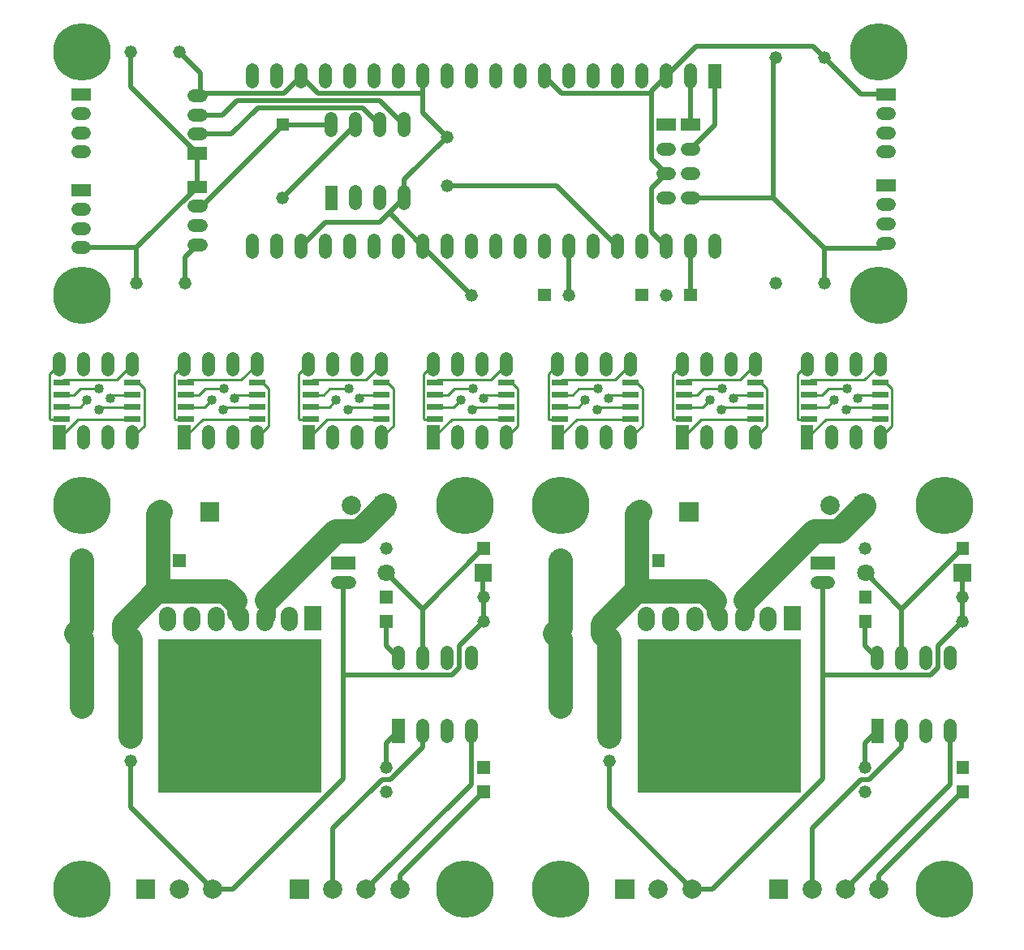
<source format=gtl>
%FSLAX24Y24*%
%MOIN*%
%ADD10C,0.0089*%
%ADD11C,0.0200*%
%ADD12C,0.0400*%
%ADD13C,0.0520*%
%ADD14C,0.0700*%
%ADD15C,0.0709*%
%ADD16C,0.0787*%
%ADD17C,0.1000*%
%ADD18C,0.2362*%
D10*
G01X1165Y21310D02*
X709Y21310D01*
X4564Y22575D02*
X4564Y21042D01*
X684Y21335D02*
X684Y23161D01*
X1270Y22915D02*
X1165Y22810D01*
X1165Y21810D02*
X1930Y21810D01*
X1850Y21310D02*
X4082Y21310D01*
X1165Y22310D02*
X1689Y22310D01*
X1949Y22570D02*
X2722Y22570D01*
X1082Y20560D02*
X1101Y20560D01*
X3304Y22310D02*
X3165Y22171D01*
X4082Y21810D02*
X2818Y21810D01*
X2693Y21685D01*
X4082Y22810D02*
X4329Y22810D01*
X684Y23161D02*
X1082Y23560D01*
X4564Y21042D02*
X4082Y20560D01*
X1689Y22310D02*
X1949Y22570D01*
X1101Y20560D02*
X1850Y21310D01*
X3437Y22915D02*
X1270Y22915D01*
X4082Y23560D02*
X3437Y22915D01*
X4082Y22310D02*
X3304Y22310D01*
X4329Y22810D02*
X4564Y22575D01*
X1930Y21810D02*
X2211Y22091D01*
X709Y21310D02*
X684Y21335D01*
X6283Y21310D02*
X5827Y21310D01*
X9682Y22575D02*
X9682Y21042D01*
X5802Y21335D02*
X5802Y23161D01*
X6388Y22915D02*
X6283Y22810D01*
X6283Y21810D02*
X7049Y21810D01*
X6969Y21310D02*
X9200Y21310D01*
X6283Y22310D02*
X6807Y22310D01*
X7067Y22570D02*
X7840Y22570D01*
X6200Y20560D02*
X6219Y20560D01*
X8423Y22310D02*
X8283Y22171D01*
X9200Y21810D02*
X7936Y21810D01*
X7811Y21685D01*
X9200Y22810D02*
X9448Y22810D01*
X5802Y23161D02*
X6200Y23560D01*
X9682Y21042D02*
X9200Y20560D01*
X6807Y22310D02*
X7067Y22570D01*
X6219Y20560D02*
X6969Y21310D01*
X8555Y22915D02*
X6388Y22915D01*
X9200Y23560D02*
X8555Y22915D01*
X9200Y22310D02*
X8423Y22310D01*
X9448Y22810D02*
X9682Y22575D01*
X7049Y21810D02*
X7329Y22091D01*
X5827Y21310D02*
X5802Y21335D01*
X11401Y21310D02*
X10945Y21310D01*
X14801Y22575D02*
X14801Y21042D01*
X10920Y21335D02*
X10920Y23161D01*
X11507Y22915D02*
X11401Y22810D01*
X11401Y21810D02*
X12167Y21810D01*
X12087Y21310D02*
X14318Y21310D01*
X11401Y22310D02*
X11925Y22310D01*
X12185Y22570D02*
X12958Y22570D01*
X11318Y20560D02*
X11337Y20560D01*
X13541Y22310D02*
X13402Y22171D01*
X14318Y21810D02*
X13054Y21810D01*
X12929Y21685D01*
X14318Y22810D02*
X14566Y22810D01*
X10920Y23161D02*
X11318Y23560D01*
X14801Y21042D02*
X14318Y20560D01*
X11925Y22310D02*
X12185Y22570D01*
X11337Y20560D02*
X12087Y21310D01*
X13673Y22915D02*
X11507Y22915D01*
X14318Y23560D02*
X13673Y22915D01*
X14318Y22310D02*
X13541Y22310D01*
X14566Y22810D02*
X14801Y22575D01*
X12167Y21810D02*
X12448Y22091D01*
X10945Y21310D02*
X10920Y21335D01*
X16519Y21310D02*
X16063Y21310D01*
X19919Y22575D02*
X19919Y21042D01*
X16038Y21335D02*
X16038Y23161D01*
X16625Y22915D02*
X16519Y22810D01*
X16519Y21810D02*
X17285Y21810D01*
X17205Y21310D02*
X19436Y21310D01*
X16519Y22310D02*
X17043Y22310D01*
X17303Y22570D02*
X18076Y22570D01*
X16437Y20560D02*
X16455Y20560D01*
X18659Y22310D02*
X18520Y22171D01*
X19436Y21810D02*
X18172Y21810D01*
X18047Y21685D01*
X19436Y22810D02*
X19684Y22810D01*
X16038Y23161D02*
X16437Y23560D01*
X19919Y21042D02*
X19437Y20560D01*
X17043Y22310D02*
X17303Y22570D01*
X16455Y20560D02*
X17205Y21310D01*
X18791Y22915D02*
X16625Y22915D01*
X19437Y23560D02*
X18791Y22915D01*
X19436Y22310D02*
X18659Y22310D01*
X19684Y22810D02*
X19919Y22575D01*
X17285Y21810D02*
X17566Y22091D01*
X16063Y21310D02*
X16038Y21335D01*
X21637Y21310D02*
X21181Y21310D01*
X25037Y22575D02*
X25037Y21042D01*
X21156Y21335D02*
X21156Y23161D01*
X21743Y22915D02*
X21637Y22810D01*
X21637Y21810D02*
X22403Y21810D01*
X22323Y21310D02*
X24554Y21310D01*
X21637Y22310D02*
X22161Y22310D01*
X22421Y22570D02*
X23194Y22570D01*
X21555Y20560D02*
X21573Y20560D01*
X23777Y22310D02*
X23638Y22171D01*
X24554Y21810D02*
X23290Y21810D01*
X23165Y21685D01*
X24554Y22810D02*
X24802Y22810D01*
X21156Y23161D02*
X21555Y23560D01*
X25037Y21042D02*
X24555Y20560D01*
X22161Y22310D02*
X22421Y22570D01*
X21573Y20560D02*
X22323Y21310D01*
X23909Y22915D02*
X21743Y22915D01*
X24555Y23560D02*
X23909Y22915D01*
X24554Y22310D02*
X23777Y22310D01*
X24802Y22810D02*
X25037Y22575D01*
X22403Y21810D02*
X22684Y22091D01*
X21181Y21310D02*
X21156Y21335D01*
X26755Y21310D02*
X26299Y21310D01*
X30155Y22575D02*
X30155Y21042D01*
X26274Y21335D02*
X26274Y23161D01*
X26861Y22915D02*
X26755Y22810D01*
X26755Y21810D02*
X27521Y21810D01*
X27441Y21310D02*
X29673Y21310D01*
X26755Y22310D02*
X27280Y22310D01*
X27539Y22570D02*
X28312Y22570D01*
X26673Y20560D02*
X26692Y20560D01*
X28895Y22310D02*
X28756Y22171D01*
X29673Y21810D02*
X28408Y21810D01*
X28283Y21685D01*
X29673Y22810D02*
X29920Y22810D01*
X26274Y23161D02*
X26673Y23560D01*
X30155Y21042D02*
X29673Y20560D01*
X27280Y22310D02*
X27539Y22570D01*
X26692Y20560D02*
X27441Y21310D01*
X29028Y22915D02*
X26861Y22915D01*
X29673Y23560D02*
X29028Y22915D01*
X29673Y22310D02*
X28895Y22310D01*
X29920Y22810D02*
X30155Y22575D01*
X27521Y21810D02*
X27802Y22091D01*
X26299Y21310D02*
X26274Y21335D01*
X31873Y21310D02*
X31417Y21310D01*
X35273Y22575D02*
X35273Y21042D01*
X31392Y21335D02*
X31392Y23161D01*
X31979Y22915D02*
X31873Y22810D01*
X31873Y21810D02*
X32639Y21810D01*
X32559Y21310D02*
X34791Y21310D01*
X31873Y22310D02*
X32398Y22310D01*
X32657Y22570D02*
X33430Y22570D01*
X31791Y20560D02*
X31810Y20560D01*
X34013Y22310D02*
X33874Y22171D01*
X34791Y21810D02*
X33526Y21810D01*
X33402Y21685D01*
X34791Y22810D02*
X35038Y22810D01*
X31392Y23161D02*
X31791Y23560D01*
X35273Y21042D02*
X34791Y20560D01*
X32398Y22310D02*
X32657Y22570D01*
X31810Y20560D02*
X32559Y21310D01*
X34146Y22915D02*
X31979Y22915D01*
X34791Y23560D02*
X34146Y22915D01*
X34791Y22310D02*
X34013Y22310D01*
X35038Y22810D02*
X35273Y22575D01*
X32639Y21810D02*
X32920Y22091D01*
X31417Y21310D02*
X31392Y21335D01*
D11*
G01X8217Y2000D02*
X7378Y2000D01*
X12311Y4482D02*
X12311Y2000D01*
X12750Y6533D02*
X8217Y2000D01*
X12750Y10784D02*
X12750Y6533D01*
X12750Y10784D02*
X17193Y10784D01*
X12750Y14606D02*
X12750Y10784D01*
X14329Y6500D02*
X12311Y4482D01*
X14500Y8000D02*
X14500Y7000D01*
X14500Y12000D02*
X14500Y13000D01*
X14662Y6500D02*
X14329Y6500D01*
X15000Y8500D02*
X14500Y8000D01*
X15000Y11500D02*
X14500Y12000D01*
X15067Y2567D02*
X15067Y2000D01*
X16000Y8500D02*
X16000Y7838D01*
X16000Y11500D02*
X16000Y13512D01*
X16000Y7838D02*
X14662Y6500D01*
X16000Y13512D02*
X14512Y15000D01*
X16000Y13512D02*
X18488Y16000D01*
X17193Y10784D02*
X17500Y11091D01*
X17500Y12000D01*
X18500Y13000D01*
X18000Y6311D02*
X13689Y2000D01*
X18000Y8500D02*
X18000Y6311D01*
X18487Y14013D02*
X18487Y15000D01*
X18488Y16000D02*
X18500Y16000D01*
X18500Y6000D02*
X15067Y2567D01*
X18500Y13000D02*
X18500Y14000D01*
X18487Y14013D01*
X4000Y5378D02*
X7378Y2000D01*
X4000Y7250D02*
X4000Y5378D01*
X27902Y2000D02*
X27063Y2000D01*
X31996Y4482D02*
X31996Y2000D01*
X32435Y6533D02*
X27902Y2000D01*
X32435Y10784D02*
X32435Y6533D01*
X32435Y10784D02*
X36878Y10784D01*
X32435Y14606D02*
X32435Y10784D01*
X34014Y6500D02*
X31996Y4482D01*
X34185Y8000D02*
X34185Y7000D01*
X34185Y12000D02*
X34185Y13000D01*
X34347Y6500D02*
X34014Y6500D01*
X34685Y8500D02*
X34185Y8000D01*
X34685Y11500D02*
X34185Y12000D01*
X34752Y2567D02*
X34752Y2000D01*
X35685Y8500D02*
X35685Y7838D01*
X35685Y11500D02*
X35685Y13512D01*
X35685Y7838D02*
X34347Y6500D01*
X35685Y13512D02*
X34198Y15000D01*
X35685Y13512D02*
X38173Y16000D01*
X36878Y10784D02*
X37185Y11091D01*
X37185Y12000D01*
X38185Y13000D01*
X37685Y6311D02*
X33374Y2000D01*
X37685Y8500D02*
X37685Y6311D01*
X38173Y14013D02*
X38173Y15000D01*
X38173Y16000D02*
X38185Y16000D01*
X38185Y6000D02*
X34752Y2567D01*
X38185Y13000D02*
X38185Y14000D01*
X38173Y14013D01*
X23685Y5378D02*
X27063Y2000D01*
X23685Y7250D02*
X23685Y5378D01*
X6250Y27978D02*
X6250Y26909D01*
X6747Y30844D02*
X6747Y32228D01*
X6747Y30844D02*
X4250Y28346D01*
X6747Y32228D02*
X4000Y34975D01*
X6750Y30841D02*
X6747Y30844D01*
X6750Y32228D02*
X6747Y32228D01*
X6750Y33016D02*
X8151Y33016D01*
X6750Y28478D02*
X6250Y27978D01*
X6867Y34707D02*
X6750Y34591D01*
X6867Y34707D02*
X6867Y35543D01*
X6000Y36409D01*
X6944Y30053D02*
X6750Y30053D01*
X7783Y33803D02*
X6750Y33803D01*
X8151Y33016D02*
X9244Y34109D01*
X8388Y34408D02*
X7783Y33803D01*
X9244Y34109D02*
X13551Y34109D01*
X10250Y33359D02*
X6944Y30053D01*
X10250Y33409D02*
X10250Y33359D01*
X10298Y34707D02*
X6867Y34707D01*
X11000Y35409D02*
X10298Y34707D01*
X11000Y35409D02*
X11699Y34710D01*
X16000Y34710D01*
X12000Y29409D02*
X11000Y28409D01*
X12250Y33409D02*
X10250Y33409D01*
X13250Y33409D02*
X10250Y30409D01*
X13551Y34109D02*
X14250Y33409D01*
X14250Y29409D02*
X12000Y29409D01*
X14252Y34408D02*
X8388Y34408D01*
X14625Y29784D02*
X14250Y29409D01*
X14625Y29784D02*
X15250Y30409D01*
X14625Y29784D02*
X16000Y28409D01*
X15250Y30409D02*
X15250Y31159D01*
X17000Y32909D01*
X15250Y33409D02*
X14252Y34408D01*
X16000Y33909D02*
X16000Y34710D01*
X16000Y35409D01*
X17000Y32909D02*
X16000Y33909D01*
X18000Y26409D02*
X16000Y28409D01*
X21000Y35409D02*
X21699Y34710D01*
X21500Y30909D02*
X17000Y30909D01*
X21699Y34710D02*
X25401Y34710D01*
X22000Y28409D02*
X22000Y26409D01*
X24000Y28409D02*
X21500Y30909D01*
X25401Y29009D02*
X25401Y30810D01*
X26000Y31409D01*
X25401Y32009D02*
X25401Y34710D01*
X25401Y34810D01*
X26000Y35409D01*
X26000Y31409D02*
X25401Y32009D01*
X26000Y35409D02*
X27227Y36636D01*
X26000Y28409D02*
X25401Y29009D01*
X27000Y28409D02*
X27000Y26409D01*
X27000Y30409D02*
X30421Y30409D01*
X27000Y35409D02*
X27000Y33409D01*
X27227Y36636D02*
X32023Y36636D01*
X28000Y33409D02*
X27000Y32409D01*
X28000Y35409D02*
X28000Y33409D01*
X30421Y30409D02*
X30421Y36081D01*
X30421Y30409D02*
X32500Y28331D01*
X30421Y36081D02*
X30500Y36159D01*
X32023Y36636D02*
X32500Y36159D01*
X34014Y34646D01*
X32500Y26909D02*
X32500Y28331D01*
X34827Y28331D01*
X34014Y34646D02*
X35039Y34646D01*
X34827Y28331D02*
X35039Y28543D01*
X4000Y34975D02*
X4000Y36409D01*
X4250Y28346D02*
X1969Y28346D01*
X4250Y28346D02*
X4250Y26909D01*
D12*
G01X2211Y22091D03*
X2722Y22570D03*
X3165Y22171D03*
X2693Y21685D03*
X7329Y22091D03*
X7840Y22570D03*
X8283Y22171D03*
X7811Y21685D03*
X12448Y22091D03*
X12958Y22570D03*
X13402Y22171D03*
X12929Y21685D03*
X17566Y22091D03*
X18076Y22570D03*
X18520Y22171D03*
X18047Y21685D03*
X22684Y22091D03*
X23194Y22570D03*
X23638Y22171D03*
X23165Y21685D03*
X27802Y22091D03*
X28312Y22570D03*
X28756Y22171D03*
X28283Y21685D03*
X32920Y22091D03*
X33430Y22570D03*
X33874Y22171D03*
X33402Y21685D03*
D13*
G01X3734Y12260D02*
X3734Y12740D01*
X2000Y9500D03*
X4000Y9500D03*
X14500Y7000D03*
X14500Y6000D03*
X15000Y11740D02*
X15000Y11260D01*
X18000Y8740D02*
X18000Y8260D01*
X18000Y11740D02*
X18000Y11260D01*
X16000Y11740D02*
X16000Y11260D01*
X17000Y11740D02*
X17000Y11260D01*
X16000Y8740D02*
X16000Y8260D01*
X17000Y8740D02*
X17000Y8260D01*
X18500Y14000D03*
X18500Y13000D03*
X2000Y15500D03*
X14500Y16000D03*
X4000Y7250D03*
X12510Y14606D02*
X12990Y14606D01*
X23419Y12260D02*
X23419Y12740D01*
X21685Y9500D03*
X23685Y9500D03*
X34185Y7000D03*
X34185Y6000D03*
X34685Y11740D02*
X34685Y11260D01*
X37685Y8740D02*
X37685Y8260D01*
X37685Y11740D02*
X37685Y11260D01*
X35685Y11740D02*
X35685Y11260D01*
X36685Y11740D02*
X36685Y11260D01*
X35685Y8740D02*
X35685Y8260D01*
X36685Y8740D02*
X36685Y8260D01*
X38185Y14000D03*
X38185Y13000D03*
X21685Y15500D03*
X34185Y16000D03*
X23685Y7250D03*
X32195Y14606D02*
X32675Y14606D01*
X22000Y35169D02*
X22000Y35649D01*
X14000Y35169D02*
X14000Y35649D01*
X20000Y28169D02*
X20000Y28649D01*
X13000Y28169D02*
X13000Y28649D01*
X11000Y28169D02*
X11000Y28649D01*
X27000Y35169D02*
X27000Y35649D01*
X22000Y28169D02*
X22000Y28649D01*
X21000Y28169D02*
X21000Y28649D01*
X23000Y28169D02*
X23000Y28649D01*
X16000Y28169D02*
X16000Y28649D01*
X25000Y35169D02*
X25000Y35649D01*
X18000Y28169D02*
X18000Y28649D01*
X26000Y35169D02*
X26000Y35649D01*
X12000Y28169D02*
X12000Y28649D01*
X23000Y35169D02*
X23000Y35649D01*
X15000Y28169D02*
X15000Y28649D01*
X20000Y35169D02*
X20000Y35649D01*
X16000Y35169D02*
X16000Y35649D01*
X17000Y35169D02*
X17000Y35649D01*
X25000Y28169D02*
X25000Y28649D01*
X21000Y35169D02*
X21000Y35649D01*
X28000Y28169D02*
X28000Y28649D01*
X19000Y28169D02*
X19000Y28649D01*
X12000Y35169D02*
X12000Y35649D01*
X9000Y28169D02*
X9000Y28649D01*
X17000Y28169D02*
X17000Y28649D01*
X24000Y35169D02*
X24000Y35649D01*
X15000Y35169D02*
X15000Y35649D01*
X26000Y28169D02*
X26000Y28649D01*
X14000Y28169D02*
X14000Y28649D01*
X11000Y35169D02*
X11000Y35649D01*
X18000Y35169D02*
X18000Y35649D01*
X19000Y35169D02*
X19000Y35649D01*
X9000Y35169D02*
X9000Y35649D01*
X24000Y28169D02*
X24000Y28649D01*
X13000Y35169D02*
X13000Y35649D01*
X27000Y28169D02*
X27000Y28649D01*
X10000Y28169D02*
X10000Y28649D01*
X10000Y35169D02*
X10000Y35649D01*
X2109Y33858D02*
X1829Y33858D01*
X2109Y33071D02*
X1829Y33071D01*
X2109Y32283D02*
X1829Y32283D01*
X2109Y29921D02*
X1829Y29921D01*
X2109Y29134D02*
X1829Y29134D01*
X2109Y28346D02*
X1829Y28346D01*
X35179Y33858D02*
X34899Y33858D01*
X35179Y33071D02*
X34899Y33071D01*
X35179Y32283D02*
X34899Y32283D01*
X35179Y30118D02*
X34899Y30118D01*
X35179Y29331D02*
X34899Y29331D01*
X35179Y28543D02*
X34899Y28543D01*
X27140Y31409D02*
X26860Y31409D01*
X27140Y32409D02*
X26860Y32409D01*
X27140Y30409D02*
X26860Y30409D01*
X26140Y31409D02*
X25860Y31409D01*
X26140Y32409D02*
X25860Y32409D01*
X26140Y30409D02*
X25860Y30409D01*
X26000Y26409D03*
X22000Y26409D03*
X18000Y26409D03*
X4250Y26909D03*
X6250Y26909D03*
X30500Y36159D03*
X32500Y36159D03*
X15250Y30649D02*
X15250Y30169D01*
X15250Y33649D02*
X15250Y33169D01*
X12250Y33649D02*
X12250Y33169D01*
X13250Y30649D02*
X13250Y30169D01*
X14250Y33649D02*
X14250Y33169D01*
X13250Y33649D02*
X13250Y33169D01*
X14250Y30649D02*
X14250Y30169D01*
X17000Y30909D03*
X17000Y32909D03*
X6610Y33016D02*
X6890Y33016D01*
X6610Y33803D02*
X6890Y33803D01*
X6610Y34591D02*
X6890Y34591D01*
X6890Y30053D02*
X6610Y30053D01*
X6890Y29266D02*
X6610Y29266D01*
X6890Y28478D02*
X6610Y28478D01*
X10250Y30409D03*
X4000Y36409D03*
X6000Y36409D03*
X32500Y26909D03*
X30500Y26909D03*
X4082Y20800D02*
X4082Y20320D01*
X3082Y20800D02*
X3082Y20320D01*
X2082Y20800D02*
X2082Y20320D01*
X2082Y23800D02*
X2082Y23320D01*
X4082Y23800D02*
X4082Y23320D01*
X1082Y23800D02*
X1082Y23320D01*
X3082Y23800D02*
X3082Y23320D01*
X9200Y20800D02*
X9200Y20320D01*
X8200Y20800D02*
X8200Y20320D01*
X7200Y20800D02*
X7200Y20320D01*
X7200Y23800D02*
X7200Y23320D01*
X9200Y23800D02*
X9200Y23320D01*
X6200Y23800D02*
X6200Y23320D01*
X8200Y23800D02*
X8200Y23320D01*
X14318Y20800D02*
X14318Y20320D01*
X13318Y20800D02*
X13318Y20320D01*
X12318Y20800D02*
X12318Y20320D01*
X12318Y23800D02*
X12318Y23320D01*
X14318Y23800D02*
X14318Y23320D01*
X11318Y23800D02*
X11318Y23320D01*
X13318Y23800D02*
X13318Y23320D01*
X19437Y20800D02*
X19437Y20320D01*
X18437Y20800D02*
X18437Y20320D01*
X17437Y20800D02*
X17437Y20320D01*
X17437Y23800D02*
X17437Y23320D01*
X19437Y23800D02*
X19437Y23320D01*
X16437Y23800D02*
X16437Y23320D01*
X18437Y23800D02*
X18437Y23320D01*
X24555Y20800D02*
X24555Y20320D01*
X23555Y20800D02*
X23555Y20320D01*
X22555Y20800D02*
X22555Y20320D01*
X22555Y23800D02*
X22555Y23320D01*
X24555Y23800D02*
X24555Y23320D01*
X21555Y23800D02*
X21555Y23320D01*
X23555Y23800D02*
X23555Y23320D01*
X29673Y20800D02*
X29673Y20320D01*
X28673Y20800D02*
X28673Y20320D01*
X27673Y20800D02*
X27673Y20320D01*
X27673Y23800D02*
X27673Y23320D01*
X29673Y23800D02*
X29673Y23320D01*
X26673Y23800D02*
X26673Y23320D01*
X28673Y23800D02*
X28673Y23320D01*
X34791Y20800D02*
X34791Y20320D01*
X33791Y20800D02*
X33791Y20320D01*
X32791Y20800D02*
X32791Y20320D01*
X32791Y23800D02*
X32791Y23320D01*
X34791Y23800D02*
X34791Y23320D01*
X31791Y23800D02*
X31791Y23320D01*
X33791Y23800D02*
X33791Y23320D01*
D14*
G01X8500Y12975D02*
X8500Y13275D01*
X5500Y12975D02*
X5500Y13275D01*
X9500Y12975D02*
X9500Y13275D01*
X7500Y12975D02*
X7500Y13275D01*
X6500Y12975D02*
X6500Y13275D01*
X10500Y12975D02*
X10500Y13275D01*
X28185Y12975D02*
X28185Y13275D01*
X25185Y12975D02*
X25185Y13275D01*
X29185Y12975D02*
X29185Y13275D01*
X27185Y12975D02*
X27185Y13275D01*
X26185Y12975D02*
X26185Y13275D01*
X30185Y12975D02*
X30185Y13275D01*
X8308Y13317D02*
X8500Y13125D01*
X8308Y13830D02*
X8308Y13317D01*
X9596Y13221D02*
X9500Y13125D01*
X9596Y13866D02*
X9596Y13221D01*
X27993Y13317D02*
X28185Y13125D01*
X27993Y13830D02*
X27993Y13317D01*
X29281Y13221D02*
X29185Y13125D01*
X29281Y13866D02*
X29281Y13221D01*
D15*
G01X14512Y15000D03*
X34198Y15000D03*
D16*
G01X5250Y17500D03*
X6000Y2000D03*
X7378Y2000D03*
X13689Y2000D03*
X12311Y2000D03*
X15067Y2000D03*
X13061Y17750D03*
X24935Y17500D03*
X25685Y2000D03*
X27063Y2000D03*
X33374Y2000D03*
X31996Y2000D03*
X34752Y2000D03*
X32746Y17750D03*
D17*
G01X5088Y14230D02*
X3734Y12876D01*
X5132Y14230D02*
X5088Y14230D01*
X5132Y17382D02*
X5132Y14230D01*
X5250Y17500D02*
X5132Y17382D01*
X7908Y14230D02*
X5132Y14230D01*
X8308Y13830D02*
X7908Y14230D01*
X9596Y13866D02*
X12429Y16699D01*
X13420Y16699D01*
X14439Y17718D01*
X14439Y17750D01*
X1766Y12500D02*
X2000Y12266D01*
X1766Y12500D02*
X2000Y12734D01*
X2000Y12266D02*
X2000Y9500D01*
X2000Y12734D02*
X2000Y15500D01*
X3734Y12876D02*
X3734Y12500D01*
X4000Y8250D02*
X4000Y9500D01*
X4000Y12234D01*
X3734Y12500D01*
X24773Y14230D02*
X23419Y12876D01*
X24817Y14230D02*
X24773Y14230D01*
X24817Y17382D02*
X24817Y14230D01*
X24935Y17500D02*
X24817Y17382D01*
X27593Y14230D02*
X24817Y14230D01*
X27993Y13830D02*
X27593Y14230D01*
X29281Y13866D02*
X32114Y16699D01*
X33105Y16699D01*
X34124Y17718D01*
X34124Y17750D01*
X21451Y12500D02*
X21685Y12266D01*
X21451Y12500D02*
X21685Y12734D01*
X21685Y12266D02*
X21685Y9500D01*
X21685Y12734D02*
X21685Y15500D01*
X23419Y12876D02*
X23419Y12500D01*
X23685Y8250D02*
X23685Y9500D01*
X23685Y12234D01*
X23419Y12500D01*
D18*
G01X2000Y2000D03*
X2000Y17750D03*
X17750Y17750D03*
X17750Y2000D03*
X21685Y2000D03*
X21685Y17750D03*
X37435Y17750D03*
X37435Y2000D03*
X2000Y26409D03*
X2000Y36409D03*
X34750Y26409D03*
X34750Y36409D03*
G36*
X6856Y17106D02*
X7643Y17106D01*
X7643Y17893D01*
X6856Y17893D01*
X6856Y17106D01*
G37*
G36*
X2026Y12000D02*
X2026Y13000D01*
X1506Y13000D01*
X1506Y12000D01*
X2026Y12000D01*
G37*
G36*
X5015Y2393D02*
X4228Y2393D01*
X4228Y1606D01*
X5015Y1606D01*
X5015Y2393D01*
G37*
G36*
X11150Y12625D02*
X11850Y12625D01*
X11850Y13625D01*
X11150Y13625D01*
X11150Y12625D01*
G37*
G36*
X5153Y5957D02*
X11846Y5957D01*
X11846Y8792D01*
X5153Y8792D01*
X5153Y5957D01*
G37*
G36*
X5153Y8728D02*
X11846Y8728D01*
X11846Y12271D01*
X5153Y12271D01*
X5153Y8728D01*
G37*
G36*
X11326Y2393D02*
X10539Y2393D01*
X10539Y1606D01*
X11326Y1606D01*
X11326Y2393D01*
G37*
G36*
X18240Y6740D02*
X18760Y6740D01*
X18760Y7260D01*
X18240Y7260D01*
X18240Y6740D01*
G37*
G36*
X18240Y5740D02*
X18760Y5740D01*
X18760Y6260D01*
X18240Y6260D01*
X18240Y5740D01*
G37*
G36*
X15260Y9000D02*
X14740Y9000D01*
X14740Y8000D01*
X15260Y8000D01*
X15260Y9000D01*
G37*
G36*
X14760Y14260D02*
X14240Y14260D01*
X14240Y13740D01*
X14760Y13740D01*
X14760Y14260D01*
G37*
G36*
X14760Y13260D02*
X14240Y13260D01*
X14240Y12740D01*
X14760Y12740D01*
X14760Y13260D01*
G37*
G36*
X5740Y15240D02*
X6260Y15240D01*
X6260Y15760D01*
X5740Y15760D01*
X5740Y15240D01*
G37*
G36*
X18240Y15740D02*
X18760Y15740D01*
X18760Y16260D01*
X18240Y16260D01*
X18240Y15740D01*
G37*
G36*
X18132Y14645D02*
X18841Y14645D01*
X18841Y15354D01*
X18132Y15354D01*
X18132Y14645D01*
G37*
G36*
X4260Y7990D02*
X4260Y8510D01*
X3740Y8510D01*
X3740Y7990D01*
X4260Y7990D01*
G37*
G36*
X14045Y17356D02*
X14832Y17356D01*
X14832Y18143D01*
X14045Y18143D01*
X14045Y17356D01*
G37*
G36*
X12250Y15654D02*
X12250Y15134D01*
X13250Y15134D01*
X13250Y15654D01*
X12250Y15654D01*
G37*
G36*
X26541Y17106D02*
X27328Y17106D01*
X27328Y17893D01*
X26541Y17893D01*
X26541Y17106D01*
G37*
G36*
X21711Y12000D02*
X21711Y13000D01*
X21191Y13000D01*
X21191Y12000D01*
X21711Y12000D01*
G37*
G36*
X24700Y2393D02*
X23913Y2393D01*
X23913Y1606D01*
X24700Y1606D01*
X24700Y2393D01*
G37*
G36*
X30835Y12625D02*
X31535Y12625D01*
X31535Y13625D01*
X30835Y13625D01*
X30835Y12625D01*
G37*
G36*
X24838Y5957D02*
X31531Y5957D01*
X31531Y8792D01*
X24838Y8792D01*
X24838Y5957D01*
G37*
G36*
X24838Y8728D02*
X31531Y8728D01*
X31531Y12271D01*
X24838Y12271D01*
X24838Y8728D01*
G37*
G36*
X31011Y2393D02*
X30224Y2393D01*
X30224Y1606D01*
X31011Y1606D01*
X31011Y2393D01*
G37*
G36*
X37925Y6740D02*
X38445Y6740D01*
X38445Y7260D01*
X37925Y7260D01*
X37925Y6740D01*
G37*
G36*
X37925Y5740D02*
X38445Y5740D01*
X38445Y6260D01*
X37925Y6260D01*
X37925Y5740D01*
G37*
G36*
X34945Y9000D02*
X34425Y9000D01*
X34425Y8000D01*
X34945Y8000D01*
X34945Y9000D01*
G37*
G36*
X34445Y14260D02*
X33925Y14260D01*
X33925Y13740D01*
X34445Y13740D01*
X34445Y14260D01*
G37*
G36*
X34445Y13260D02*
X33925Y13260D01*
X33925Y12740D01*
X34445Y12740D01*
X34445Y13260D01*
G37*
G36*
X25425Y15240D02*
X25945Y15240D01*
X25945Y15760D01*
X25425Y15760D01*
X25425Y15240D01*
G37*
G36*
X37925Y15740D02*
X38445Y15740D01*
X38445Y16260D01*
X37925Y16260D01*
X37925Y15740D01*
G37*
G36*
X37818Y14645D02*
X38527Y14645D01*
X38527Y15354D01*
X37818Y15354D01*
X37818Y14645D01*
G37*
G36*
X23945Y7990D02*
X23945Y8510D01*
X23425Y8510D01*
X23425Y7990D01*
X23945Y7990D01*
G37*
G36*
X33730Y17356D02*
X34517Y17356D01*
X34517Y18143D01*
X33730Y18143D01*
X33730Y17356D01*
G37*
G36*
X31935Y15654D02*
X31935Y15134D01*
X32935Y15134D01*
X32935Y15654D01*
X31935Y15654D01*
G37*
G36*
X27740Y34909D02*
X28260Y34909D01*
X28260Y35909D01*
X27740Y35909D01*
X27740Y34909D01*
G37*
G36*
X2369Y34386D02*
X2369Y34906D01*
X1569Y34906D01*
X1569Y34386D01*
X2369Y34386D01*
G37*
G36*
X2369Y30449D02*
X2369Y30969D01*
X1569Y30969D01*
X1569Y30449D01*
X2369Y30449D01*
G37*
G36*
X35439Y34386D02*
X35439Y34906D01*
X34639Y34906D01*
X34639Y34386D01*
X35439Y34386D01*
G37*
G36*
X35439Y30646D02*
X35439Y31166D01*
X34639Y31166D01*
X34639Y30646D01*
X35439Y30646D01*
G37*
G36*
X27400Y33149D02*
X27400Y33669D01*
X26600Y33669D01*
X26600Y33149D01*
X27400Y33149D01*
G37*
G36*
X26400Y33149D02*
X26400Y33669D01*
X25600Y33669D01*
X25600Y33149D01*
X26400Y33149D01*
G37*
G36*
X26740Y26149D02*
X27260Y26149D01*
X27260Y26669D01*
X26740Y26669D01*
X26740Y26149D01*
G37*
G36*
X24740Y26149D02*
X25260Y26149D01*
X25260Y26669D01*
X24740Y26669D01*
X24740Y26149D01*
G37*
G36*
X20740Y26149D02*
X21260Y26149D01*
X21260Y26669D01*
X20740Y26669D01*
X20740Y26149D01*
G37*
G36*
X12510Y30909D02*
X11990Y30909D01*
X11990Y29909D01*
X12510Y29909D01*
X12510Y30909D01*
G37*
G36*
X6350Y32488D02*
X6350Y31968D01*
X7150Y31968D01*
X7150Y32488D01*
X6350Y32488D01*
G37*
G36*
X7150Y30581D02*
X7150Y31101D01*
X6350Y31101D01*
X6350Y30581D01*
X7150Y30581D01*
G37*
G36*
X10510Y33149D02*
X10510Y33669D01*
X9990Y33669D01*
X9990Y33149D01*
X10510Y33149D01*
G37*
G36*
X3747Y22438D02*
X3747Y22182D01*
X4416Y22182D01*
X4416Y22438D01*
X3747Y22438D01*
G37*
G36*
X830Y22438D02*
X830Y22182D01*
X1499Y22182D01*
X1499Y22438D01*
X830Y22438D01*
G37*
G36*
X830Y21438D02*
X830Y21182D01*
X1499Y21182D01*
X1499Y21438D01*
X830Y21438D01*
G37*
G36*
X830Y21938D02*
X830Y21682D01*
X1499Y21682D01*
X1499Y21938D01*
X830Y21938D01*
G37*
G36*
X830Y22938D02*
X830Y22682D01*
X1499Y22682D01*
X1499Y22938D01*
X830Y22938D01*
G37*
G36*
X3747Y22938D02*
X3747Y22682D01*
X4416Y22682D01*
X4416Y22938D01*
X3747Y22938D01*
G37*
G36*
X3747Y21938D02*
X3747Y21682D01*
X4416Y21682D01*
X4416Y21938D01*
X3747Y21938D01*
G37*
G36*
X3747Y21438D02*
X3747Y21182D01*
X4416Y21182D01*
X4416Y21438D01*
X3747Y21438D01*
G37*
G36*
X1342Y21060D02*
X822Y21060D01*
X822Y20060D01*
X1342Y20060D01*
X1342Y21060D01*
G37*
G36*
X8865Y22438D02*
X8865Y22182D01*
X9534Y22182D01*
X9534Y22438D01*
X8865Y22438D01*
G37*
G36*
X5948Y22438D02*
X5948Y22182D01*
X6617Y22182D01*
X6617Y22438D01*
X5948Y22438D01*
G37*
G36*
X5948Y21438D02*
X5948Y21182D01*
X6617Y21182D01*
X6617Y21438D01*
X5948Y21438D01*
G37*
G36*
X5948Y21938D02*
X5948Y21682D01*
X6617Y21682D01*
X6617Y21938D01*
X5948Y21938D01*
G37*
G36*
X5948Y22938D02*
X5948Y22682D01*
X6617Y22682D01*
X6617Y22938D01*
X5948Y22938D01*
G37*
G36*
X8865Y22938D02*
X8865Y22682D01*
X9534Y22682D01*
X9534Y22938D01*
X8865Y22938D01*
G37*
G36*
X8865Y21938D02*
X8865Y21682D01*
X9534Y21682D01*
X9534Y21938D01*
X8865Y21938D01*
G37*
G36*
X8865Y21438D02*
X8865Y21182D01*
X9534Y21182D01*
X9534Y21438D01*
X8865Y21438D01*
G37*
G36*
X6460Y21060D02*
X5940Y21060D01*
X5940Y20060D01*
X6460Y20060D01*
X6460Y21060D01*
G37*
G36*
X13983Y22438D02*
X13983Y22182D01*
X14652Y22182D01*
X14652Y22438D01*
X13983Y22438D01*
G37*
G36*
X11066Y22438D02*
X11066Y22182D01*
X11735Y22182D01*
X11735Y22438D01*
X11066Y22438D01*
G37*
G36*
X11066Y21438D02*
X11066Y21182D01*
X11735Y21182D01*
X11735Y21438D01*
X11066Y21438D01*
G37*
G36*
X11066Y21938D02*
X11066Y21682D01*
X11735Y21682D01*
X11735Y21938D01*
X11066Y21938D01*
G37*
G36*
X11066Y22938D02*
X11066Y22682D01*
X11735Y22682D01*
X11735Y22938D01*
X11066Y22938D01*
G37*
G36*
X13983Y22938D02*
X13983Y22682D01*
X14652Y22682D01*
X14652Y22938D01*
X13983Y22938D01*
G37*
G36*
X13983Y21938D02*
X13983Y21682D01*
X14652Y21682D01*
X14652Y21938D01*
X13983Y21938D01*
G37*
G36*
X13983Y21438D02*
X13983Y21182D01*
X14652Y21182D01*
X14652Y21438D01*
X13983Y21438D01*
G37*
G36*
X11578Y21060D02*
X11058Y21060D01*
X11058Y20060D01*
X11578Y20060D01*
X11578Y21060D01*
G37*
G36*
X19101Y22438D02*
X19101Y22182D01*
X19770Y22182D01*
X19770Y22438D01*
X19101Y22438D01*
G37*
G36*
X16184Y22438D02*
X16184Y22182D01*
X16853Y22182D01*
X16853Y22438D01*
X16184Y22438D01*
G37*
G36*
X16184Y21438D02*
X16184Y21182D01*
X16853Y21182D01*
X16853Y21438D01*
X16184Y21438D01*
G37*
G36*
X16184Y21938D02*
X16184Y21682D01*
X16853Y21682D01*
X16853Y21938D01*
X16184Y21938D01*
G37*
G36*
X16184Y22938D02*
X16184Y22682D01*
X16853Y22682D01*
X16853Y22938D01*
X16184Y22938D01*
G37*
G36*
X19101Y22938D02*
X19101Y22682D01*
X19770Y22682D01*
X19770Y22938D01*
X19101Y22938D01*
G37*
G36*
X19101Y21938D02*
X19101Y21682D01*
X19770Y21682D01*
X19770Y21938D01*
X19101Y21938D01*
G37*
G36*
X19101Y21438D02*
X19101Y21182D01*
X19770Y21182D01*
X19770Y21438D01*
X19101Y21438D01*
G37*
G36*
X16697Y21060D02*
X16177Y21060D01*
X16177Y20060D01*
X16697Y20060D01*
X16697Y21060D01*
G37*
G36*
X24219Y22438D02*
X24219Y22182D01*
X24888Y22182D01*
X24888Y22438D01*
X24219Y22438D01*
G37*
G36*
X21302Y22438D02*
X21302Y22182D01*
X21971Y22182D01*
X21971Y22438D01*
X21302Y22438D01*
G37*
G36*
X21302Y21438D02*
X21302Y21182D01*
X21971Y21182D01*
X21971Y21438D01*
X21302Y21438D01*
G37*
G36*
X21302Y21938D02*
X21302Y21682D01*
X21971Y21682D01*
X21971Y21938D01*
X21302Y21938D01*
G37*
G36*
X21302Y22938D02*
X21302Y22682D01*
X21971Y22682D01*
X21971Y22938D01*
X21302Y22938D01*
G37*
G36*
X24219Y22938D02*
X24219Y22682D01*
X24888Y22682D01*
X24888Y22938D01*
X24219Y22938D01*
G37*
G36*
X24219Y21938D02*
X24219Y21682D01*
X24888Y21682D01*
X24888Y21938D01*
X24219Y21938D01*
G37*
G36*
X24219Y21438D02*
X24219Y21182D01*
X24888Y21182D01*
X24888Y21438D01*
X24219Y21438D01*
G37*
G36*
X21815Y21060D02*
X21295Y21060D01*
X21295Y20060D01*
X21815Y20060D01*
X21815Y21060D01*
G37*
G36*
X29338Y22438D02*
X29338Y22182D01*
X30007Y22182D01*
X30007Y22438D01*
X29338Y22438D01*
G37*
G36*
X26420Y22438D02*
X26420Y22182D01*
X27089Y22182D01*
X27089Y22438D01*
X26420Y22438D01*
G37*
G36*
X26420Y21438D02*
X26420Y21182D01*
X27089Y21182D01*
X27089Y21438D01*
X26420Y21438D01*
G37*
G36*
X26420Y21938D02*
X26420Y21682D01*
X27089Y21682D01*
X27089Y21938D01*
X26420Y21938D01*
G37*
G36*
X26420Y22938D02*
X26420Y22682D01*
X27089Y22682D01*
X27089Y22938D01*
X26420Y22938D01*
G37*
G36*
X29338Y22938D02*
X29338Y22682D01*
X30007Y22682D01*
X30007Y22938D01*
X29338Y22938D01*
G37*
G36*
X29338Y21938D02*
X29338Y21682D01*
X30007Y21682D01*
X30007Y21938D01*
X29338Y21938D01*
G37*
G36*
X29338Y21438D02*
X29338Y21182D01*
X30007Y21182D01*
X30007Y21438D01*
X29338Y21438D01*
G37*
G36*
X26933Y21060D02*
X26413Y21060D01*
X26413Y20060D01*
X26933Y20060D01*
X26933Y21060D01*
G37*
G36*
X34456Y22438D02*
X34456Y22182D01*
X35125Y22182D01*
X35125Y22438D01*
X34456Y22438D01*
G37*
G36*
X31538Y22438D02*
X31538Y22182D01*
X32207Y22182D01*
X32207Y22438D01*
X31538Y22438D01*
G37*
G36*
X31538Y21438D02*
X31538Y21182D01*
X32207Y21182D01*
X32207Y21438D01*
X31538Y21438D01*
G37*
G36*
X31538Y21938D02*
X31538Y21682D01*
X32207Y21682D01*
X32207Y21938D01*
X31538Y21938D01*
G37*
G36*
X31538Y22938D02*
X31538Y22682D01*
X32207Y22682D01*
X32207Y22938D01*
X31538Y22938D01*
G37*
G36*
X34456Y22938D02*
X34456Y22682D01*
X35125Y22682D01*
X35125Y22938D01*
X34456Y22938D01*
G37*
G36*
X34456Y21938D02*
X34456Y21682D01*
X35125Y21682D01*
X35125Y21938D01*
X34456Y21938D01*
G37*
G36*
X34456Y21438D02*
X34456Y21182D01*
X35125Y21182D01*
X35125Y21438D01*
X34456Y21438D01*
G37*
G36*
X32051Y21060D02*
X31531Y21060D01*
X31531Y20060D01*
X32051Y20060D01*
X32051Y21060D01*
G37*
M02*

</source>
